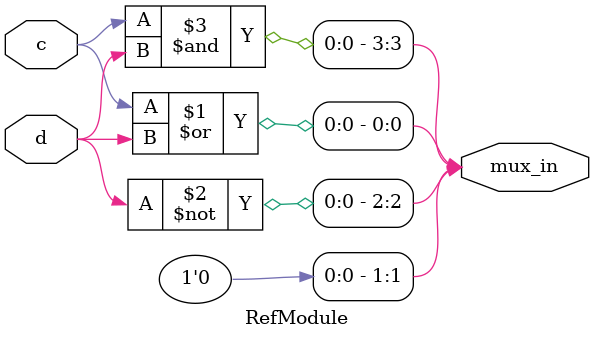
<source format=sv>

module RefModule (
  input c,
  input d,
  output [3:0] mux_in
);

  assign mux_in[0] = c | d;
  assign mux_in[1] = 0;
  assign mux_in[2] = ~d;
  assign mux_in[3] = c&d;

endmodule

</source>
